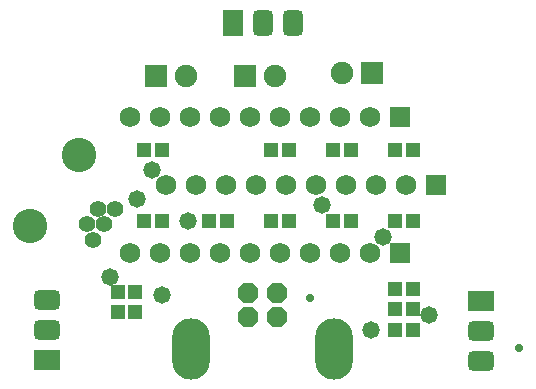
<source format=gbs>
G04 Layer_Color=8150272*
%FSLAX24Y24*%
%MOIN*%
G70*
G01*
G75*
%ADD30R,0.0493X0.0474*%
%ADD31C,0.1150*%
%ADD32C,0.0552*%
%ADD33C,0.0749*%
%ADD34R,0.0749X0.0749*%
%ADD35P,0.0726X8X202.5*%
%ADD36O,0.1261X0.2049*%
%ADD37R,0.0680X0.0880*%
G04:AMPARAMS|DCode=38|XSize=68mil|YSize=88mil|CornerRadius=19mil|HoleSize=0mil|Usage=FLASHONLY|Rotation=0.000|XOffset=0mil|YOffset=0mil|HoleType=Round|Shape=RoundedRectangle|*
%AMROUNDEDRECTD38*
21,1,0.0680,0.0500,0,0,0.0*
21,1,0.0300,0.0880,0,0,0.0*
1,1,0.0380,0.0150,-0.0250*
1,1,0.0380,-0.0150,-0.0250*
1,1,0.0380,-0.0150,0.0250*
1,1,0.0380,0.0150,0.0250*
%
%ADD38ROUNDEDRECTD38*%
%ADD39R,0.0880X0.0680*%
G04:AMPARAMS|DCode=40|XSize=68mil|YSize=88mil|CornerRadius=19mil|HoleSize=0mil|Usage=FLASHONLY|Rotation=90.000|XOffset=0mil|YOffset=0mil|HoleType=Round|Shape=RoundedRectangle|*
%AMROUNDEDRECTD40*
21,1,0.0680,0.0500,0,0,90.0*
21,1,0.0300,0.0880,0,0,90.0*
1,1,0.0380,0.0250,0.0150*
1,1,0.0380,0.0250,-0.0150*
1,1,0.0380,-0.0250,-0.0150*
1,1,0.0380,-0.0250,0.0150*
%
%ADD40ROUNDEDRECTD40*%
%ADD41C,0.0680*%
%ADD42R,0.0680X0.0680*%
%ADD43C,0.0277*%
%ADD44C,0.0580*%
D30*
X21358Y12205D02*
D03*
X21949D02*
D03*
X22835Y15256D02*
D03*
X22244D02*
D03*
X22835Y17618D02*
D03*
X22244D02*
D03*
X21358Y12894D02*
D03*
X21949D02*
D03*
X25000Y15256D02*
D03*
X24409D02*
D03*
X31201Y11614D02*
D03*
X30610D02*
D03*
X27067Y15256D02*
D03*
X26476D02*
D03*
X27067Y17618D02*
D03*
X26476D02*
D03*
X31201Y12992D02*
D03*
X30610D02*
D03*
X31201Y12303D02*
D03*
X30610D02*
D03*
X29134Y15256D02*
D03*
X28543D02*
D03*
X29134Y17618D02*
D03*
X28543D02*
D03*
X31201D02*
D03*
X30610D02*
D03*
X31201Y15256D02*
D03*
X30610D02*
D03*
D31*
X18434Y15081D02*
D03*
X20083Y17435D02*
D03*
D32*
X20537Y14618D02*
D03*
X20331Y15147D02*
D03*
X20899Y15134D02*
D03*
X20692Y15663D02*
D03*
X21260Y15650D02*
D03*
D33*
X26591Y20079D02*
D03*
X25591D02*
D03*
X26591D02*
D03*
X28823Y20177D02*
D03*
X29823D02*
D03*
X28823D02*
D03*
X23638Y20079D02*
D03*
X22638D02*
D03*
X23638D02*
D03*
D34*
X25591D02*
D03*
X29823Y20177D02*
D03*
X22638Y20079D02*
D03*
D35*
X26673Y12049D02*
D03*
Y12837D02*
D03*
X25689D02*
D03*
Y12049D02*
D03*
D36*
X23811Y10982D02*
D03*
X28551D02*
D03*
D37*
X25197Y21850D02*
D03*
D38*
X26197D02*
D03*
X27197D02*
D03*
D39*
X18996Y10630D02*
D03*
X33465Y12598D02*
D03*
D40*
X18996Y11630D02*
D03*
Y12630D02*
D03*
X33465Y11598D02*
D03*
Y10598D02*
D03*
D41*
X21780Y14173D02*
D03*
X22780D02*
D03*
X23780D02*
D03*
X24780D02*
D03*
X25780D02*
D03*
X26780D02*
D03*
X27780D02*
D03*
X28780D02*
D03*
X29780D02*
D03*
X22961Y16437D02*
D03*
X23961D02*
D03*
X24961D02*
D03*
X25961D02*
D03*
X26961D02*
D03*
X27961D02*
D03*
X28961D02*
D03*
X29961D02*
D03*
X30961D02*
D03*
X21780Y18701D02*
D03*
X22780D02*
D03*
X23780D02*
D03*
X24780D02*
D03*
X25780D02*
D03*
X26780D02*
D03*
X27780D02*
D03*
X28780D02*
D03*
X29780D02*
D03*
D42*
X30780Y14173D02*
D03*
X31961Y16437D02*
D03*
X30780Y18701D02*
D03*
D43*
X27756Y12697D02*
D03*
X34744Y11024D02*
D03*
D44*
X31740Y12100D02*
D03*
X21116Y13370D02*
D03*
X22495Y16940D02*
D03*
X29816Y11614D02*
D03*
X23690Y15256D02*
D03*
X22820Y12770D02*
D03*
X30190Y14710D02*
D03*
X22010Y15980D02*
D03*
X28160Y15790D02*
D03*
M02*

</source>
